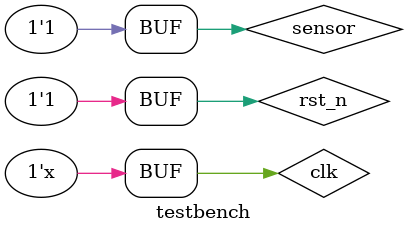
<source format=v>
module testbench;

    // Parameters
    parameter CLK_PERIOD = 20; // In nanoseconds
    parameter SIM_TIME = 1000; // Simulation time in nanoseconds

    // Signals
    reg clk;
    reg rst_n;
    reg sensor;
    wire [2:0] light_r;
    wire [2:0] light_h;


  top_module #(
    .CLK_FREQ(50000), // Adjust parameters as needed
    .green_timeout(20),
    .yellow_timeout(10)
) dut (
    .clk(clk),
    .rst_n(rst_n),
    .sensor(sensor),
    .light_r(light_r),
    .light_h(light_h)
);


    // Clock generation
    always #((CLK_PERIOD / 2)) clk = ~clk;
    
  initial begin
    // $monitor ("sensor=%b,light_h=%b,light_n=%b", sensor, light_h, light_n);
    clk = 0;
    rst_n = 1;
     #5  rst_n = 0;
    #15 rst_n = 1;
    #1500 sensor = 0;
    // after 20 clock cycles, there is cars in country road, country light should be green, highway should be yellow, then red
    #20000 sensor = 1;
    // cars go aways after 5 clock cycles, coutry light should be yellow then red, highway should be green
    // #70 sensor = 0;
    
    // // then after 10 clock cycles, there is cars in country road, country light should be green, highway should be yellow, then red
    // #100 sensor = 1;
    // // cars in country are to many, it goes out only after 20 cycles. 
    // // however, country should be yellow and then red after 10+2 cycles
    // // and highway should goes to green in 10 cycles
    // #200 sensor = 0;
    
  end
  always begin
    #5 clk = !clk;
  end 
  

endmodule


</source>
